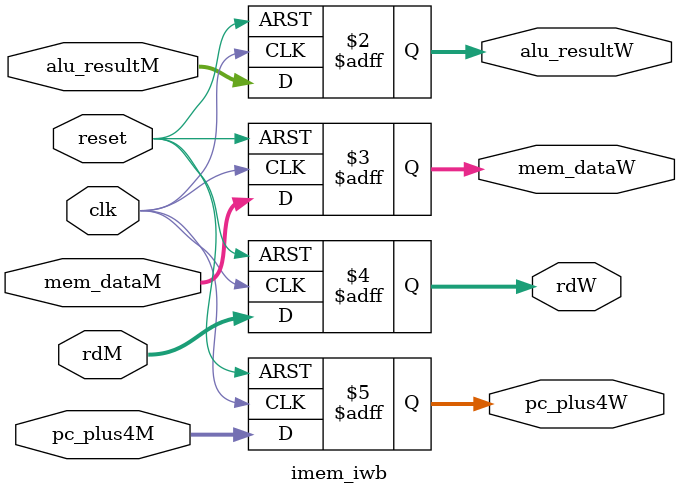
<source format=v>
`timescale 1ns / 1ps


module imem_iwb(
    input wire clk,
    input wire reset,
    
    // Inputs
    input wire [31:0] alu_resultM,
    input wire [31:0] mem_dataM,
    input wire [4:0] rdM,
    input wire [31:0] pc_plus4M,
    // Outputs
    output reg [31:0] alu_resultW,
    output reg [31:0] mem_dataW,
    output reg [4:0] rdW,
    output reg [31:0] pc_plus4W
);

    always @(posedge clk or posedge reset) begin
        if (reset) begin
            alu_resultW <= 32'b0;
            mem_dataW <= 32'b0;
            rdW <= 5'b0;
            pc_plus4W <= 32'b0;
        end
        else begin
            alu_resultW <= alu_resultM;
            mem_dataW <= mem_dataM;
            rdW <= rdM;
            pc_plus4W <= pc_plus4M;
        end
    end
endmodule

</source>
